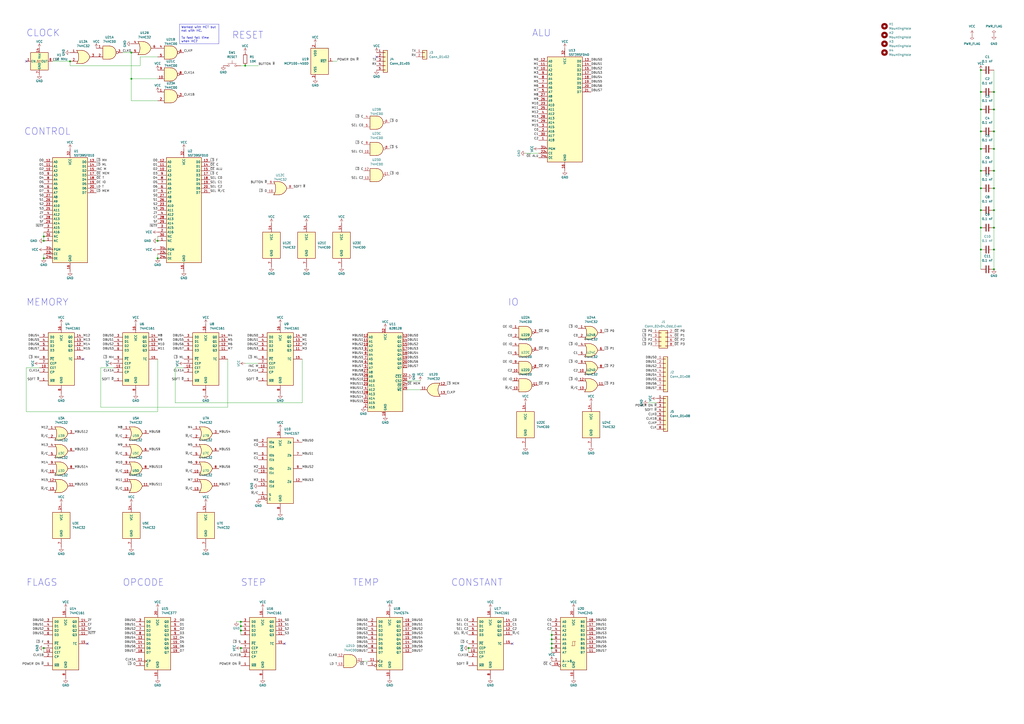
<source format=kicad_sch>
(kicad_sch (version 20230121) (generator eeschema)
  (paper "A2")
  (title_block (title "custom-cpu") (date "2024-01-28") (rev "1") (company "axelo"))
  (junction (at 139.7 360.68))
  (junction (at 142.24 38.1))
  (junction (at 576.58 76.2))
  (junction (at 576.58 156.21))
  (junction (at 139.7 375.92))
  (junction (at 271.78 375.92))
  (junction (at 320.04 375.92))
  (junction (at 576.58 121.92))
  (junction (at 576.58 144.78))
  (junction (at 320.04 373.38))
  (junction (at 76.2 45.72))
  (junction (at 91.44 139.7))
  (junction (at 576.58 86.36))
  (junction (at 40.64 35.56))
  (junction (at 25.4 139.7))
  (junction (at 320.04 370.84))
  (junction (at 568.96 53.34))
  (junction (at 568.96 40.64))
  (junction (at 568.96 109.22))
  (junction (at 25.4 149.86))
  (junction (at 576.58 99.06))
  (junction (at 568.96 121.92))
  (junction (at 139.7 363.22))
  (junction (at 568.96 132.08))
  (junction (at 576.58 53.34))
  (junction (at 568.96 144.78))
  (junction (at 25.4 137.16))
  (junction (at 320.04 368.3))
  (junction (at 568.96 86.36))
  (junction (at 91.44 149.86))
  (junction (at 576.58 63.5))
  (junction (at 568.96 99.06))
  (junction (at 568.96 63.5))
  (junction (at 576.58 132.08))
  (junction (at 25.4 375.92))
  (junction (at 139.7 365.76))
  (junction (at 568.96 76.2))
  (junction (at 576.58 109.22))
  (junction (at 76.2 30.48))
  (no_connect (at 48.26 208.28))
  (no_connect (at 15.24 35.56))
  (no_connect (at 165.1 373.38))
  (no_connect (at 297.18 373.38))
  (no_connect (at 50.8 373.38))
  (no_connect (at 218.44 33.02))
  (wire (pts (xy 91.44 208.28) (xy 91.44 238.76)))
  (wire (pts (xy 139.7 365.76) (xy 139.7 368.3)))
  (wire (pts (xy 210.82 383.54) (xy 213.36 383.54)))
  (wire (pts (xy 568.96 132.08) (xy 568.96 144.78)))
  (wire (pts (xy 81.28 38.1) (xy 81.28 33.02)))
  (wire (pts (xy 576.58 144.78) (xy 576.58 156.21)))
  (wire (pts (xy 91.44 147.32) (xy 91.44 149.86)))
  (wire (pts (xy 132.08 208.28) (xy 132.08 236.22)))
  (wire (pts (xy 139.7 375.92) (xy 139.7 378.46)))
  (wire (pts (xy 25.4 147.32) (xy 25.4 149.86)))
  (wire (pts (xy 568.96 40.64) (xy 568.96 53.34)))
  (wire (pts (xy 58.42 236.22) (xy 58.42 213.36)))
  (wire (pts (xy 271.78 375.92) (xy 271.78 378.46)))
  (wire (pts (xy 576.58 121.92) (xy 576.58 132.08)))
  (wire (pts (xy 101.6 233.68) (xy 101.6 213.36)))
  (wire (pts (xy 137.16 360.68) (xy 139.7 360.68)))
  (wire (pts (xy 58.42 236.22) (xy 132.08 236.22)))
  (wire (pts (xy 40.64 38.1) (xy 81.28 38.1)))
  (wire (pts (xy 101.6 213.36) (xy 106.68 213.36)))
  (wire (pts (xy 193.04 35.56) (xy 195.58 35.56)))
  (wire (pts (xy 91.44 137.16) (xy 91.44 139.7)))
  (wire (pts (xy 76.2 45.72) (xy 76.2 58.42)))
  (wire (pts (xy 320.04 375.92) (xy 320.04 378.46)))
  (wire (pts (xy 576.58 86.36) (xy 576.58 99.06)))
  (wire (pts (xy 568.96 86.36) (xy 568.96 99.06)))
  (wire (pts (xy 58.42 213.36) (xy 66.04 213.36)))
  (wire (pts (xy 236.22 220.98) (xy 243.84 220.98)))
  (wire (pts (xy 76.2 45.72) (xy 76.2 30.48)))
  (wire (pts (xy 576.58 99.06) (xy 576.58 109.22)))
  (wire (pts (xy 568.96 53.34) (xy 568.96 63.5)))
  (wire (pts (xy 568.96 76.2) (xy 568.96 86.36)))
  (wire (pts (xy 304.8 88.9) (xy 312.42 88.9)))
  (wire (pts (xy 320.04 373.38) (xy 320.04 375.92)))
  (wire (pts (xy 139.7 38.1) (xy 142.24 38.1)))
  (wire (pts (xy 175.26 233.68) (xy 101.6 233.68)))
  (wire (pts (xy 15.24 213.36) (xy 22.86 213.36)))
  (wire (pts (xy 142.24 38.1) (xy 149.86 38.1)))
  (wire (pts (xy 15.24 213.36) (xy 15.24 238.76)))
  (wire (pts (xy 142.24 210.82) (xy 149.86 210.82)))
  (wire (pts (xy 568.96 109.22) (xy 568.96 121.92)))
  (wire (pts (xy 91.44 238.76) (xy 15.24 238.76)))
  (wire (pts (xy 568.96 63.5) (xy 568.96 76.2)))
  (wire (pts (xy 320.04 365.76) (xy 320.04 368.3)))
  (wire (pts (xy 236.22 226.06) (xy 243.84 226.06)))
  (wire (pts (xy 568.96 99.06) (xy 568.96 109.22)))
  (wire (pts (xy 576.58 109.22) (xy 576.58 121.92)))
  (wire (pts (xy 320.04 368.3) (xy 320.04 370.84)))
  (wire (pts (xy 576.58 40.64) (xy 576.58 53.34)))
  (wire (pts (xy 568.96 144.78) (xy 568.96 156.21)))
  (wire (pts (xy 30.48 35.56) (xy 40.64 35.56)))
  (wire (pts (xy 25.4 137.16) (xy 25.4 139.7)))
  (wire (pts (xy 576.58 76.2) (xy 576.58 86.36)))
  (wire (pts (xy 175.26 208.28) (xy 175.26 233.68)))
  (wire (pts (xy 91.44 58.42) (xy 76.2 58.42)))
  (wire (pts (xy 81.28 33.02) (xy 91.44 33.02)))
  (wire (pts (xy 25.4 134.62) (xy 25.4 137.16)))
  (wire (pts (xy 76.2 30.48) (xy 71.12 30.48)))
  (wire (pts (xy 139.7 360.68) (xy 139.7 363.22)))
  (wire (pts (xy 91.44 45.72) (xy 76.2 45.72)))
  (wire (pts (xy 375.92 233.68) (xy 381 233.68)))
  (wire (pts (xy 568.96 121.92) (xy 568.96 132.08)))
  (wire (pts (xy 576.58 132.08) (xy 576.58 144.78)))
  (wire (pts (xy 576.58 63.5) (xy 576.58 76.2)))
  (wire (pts (xy 139.7 363.22) (xy 139.7 365.76)))
  (wire (pts (xy 576.58 53.34) (xy 576.58 63.5)))
  (wire (pts (xy 40.64 38.1) (xy 40.64 35.56)))
  (wire (pts (xy 25.4 375.92) (xy 25.4 378.46)))
  (wire (pts (xy 320.04 370.84) (xy 320.04 373.38)))
  (text_box "Worked with HCT but not with HC.\n\nTo fast fall time when HC?" (at 104.14 13.97 0) (size 22.86 11.43) (effects (font (size 1.27 1.27)) (justify left top)))
  (text "CONTROL" (at 13.97 78.74 0) (effects (font (size 4 4)) (justify left bottom)))
  (text "FLAGS" (at 15.24 340.36 0) (effects (font (size 4 4)) (justify left bottom)))
  (text "RESET" (at 134.62 22.86 0) (effects (font (size 4 4)) (justify left bottom)))
  (text "CONSTANT" (at 261.62 340.36 0) (effects (font (size 4 4)) (justify left bottom)))
  (text "OPCODE" (at 71.12 340.36 0) (effects (font (size 4 4)) (justify left bottom)))
  (text "CLOCK" (at 15.24 21.59 0) (effects (font (size 4 4)) (justify left bottom)))
  (text "STEP" (at 139.7 340.36 0) (effects (font (size 4 4)) (justify left bottom)))
  (text "ALU" (at 308.61 21.59 0) (effects (font (size 4 4)) (justify left bottom)))
  (text "MEMORY" (at 15.24 177.8 0) (effects (font (size 4 4)) (justify left bottom)))
  (text "TEMP" (at 204.47 340.36 0) (effects (font (size 4 4)) (justify left bottom)))
  (text "IO" (at 294.64 177.8 0) (effects (font (size 4 4)) (justify left bottom)))
  (label "DBUS7" (at 106.68 203.2 180))
  (label "~{LD} P0" (at 378.46 193.04 180))
  (label "~{OE} P3" (at 391.16 200.66 0))
  (label "SOFT ~{R}" (at 149.86 220.98 180))
  (label "S2" (at 165.1 365.76 0))
  (label "SOFT ~{R}" (at 271.78 386.08 180))
  (label "DBUS6" (at 381 223.52 180))
  (label "SEL C2" (at 271.78 365.76 180))
  (label "MBUS13" (at 210.82 228.6 180))
  (label "CLK" (at 381 248.92 180))
  (label "MBUS4" (at 127 251.46 0))
  (label "~{M}{slash}C" (at 71.12 264.16 180))
  (label "DBUS2" (at 78.74 365.76 180))
  (label "~{LD} C" (at 121.92 101.6 0))
  (label "S2" (at 91.44 119.38 180))
  (label "S2" (at 25.4 119.38 180))
  (label "O5" (at 104.14 373.38 0))
  (label "M0" (at 312.42 35.56 180))
  (label "SF" (at 50.8 365.76 0))
  (label "M7" (at 111.76 279.4 180))
  (label "DBUS6" (at 236.22 210.82 0))
  (label "MBUS13" (at 43.18 261.62 0))
  (label "~{LD} P2" (at 350.52 213.36 0))
  (label "SEL ~{M}{slash}C" (at 271.78 368.3 180))
  (label "DBUS6" (at 22.86 200.66 180))
  (label "M12" (at 312.42 66.04 180))
  (label "CLKP" (at 381 246.38 180))
  (label "DBUS4" (at 22.86 195.58 180))
  (label "M14" (at 27.94 269.24 180))
  (label "M1" (at 312.42 38.1 180))
  (label "DBUS0" (at 25.4 360.68 180))
  (label "O5" (at 25.4 106.68 180))
  (label "DBUS0" (at 345.44 360.68 0))
  (label "DBUS0" (at 213.36 360.68 180))
  (label "DBUS3" (at 381 215.9 180))
  (label "ZF" (at 50.8 360.68 0))
  (label "O5" (at 91.44 106.68 180))
  (label "DBUS0" (at 149.86 195.58 180))
  (label "C1" (at 149.86 266.7 180))
  (label "SEL C0" (at 210.82 73.66 180))
  (label "~{LD} P3" (at 378.46 200.66 180))
  (label "~{OE} MEM" (at 236.22 223.52 0))
  (label "M2" (at 149.86 271.78 180))
  (label "~{M}{slash}C" (at 297.18 226.06 180))
  (label "DBUS7" (at 345.44 378.46 0))
  (label "SEL C1" (at 271.78 363.22 180))
  (label "SF" (at 25.4 129.54 180))
  (label "~{LD} MEM" (at 259.08 223.52 0))
  (label "M10" (at 91.44 200.66 0))
  (label "DBUS7" (at 22.86 203.2 180))
  (label "CLK1A" (at 22.86 215.9 180))
  (label "~{OE} C" (at 121.92 96.52 0))
  (label "~{M}{slash}C" (at 27.94 274.32 180))
  (label "~{M}{slash}C" (at 111.76 284.48 180))
  (label "M11" (at 91.44 203.2 0))
  (label "~{LD} S" (at 139.7 373.38 180))
  (label "SEL ~{M}{slash}C" (at 121.92 111.76 0))
  (label "~{LD} IO" (at 335.28 210.82 180))
  (label "DBUS1" (at 238.76 363.22 0))
  (label "C1" (at 312.42 78.74 180))
  (label "SEL C2" (at 121.92 109.22 0))
  (label "O7" (at 104.14 378.46 0))
  (label "DBUS1" (at 381 210.82 180))
  (label "M2" (at 175.26 200.66 0))
  (label "DBUS5" (at 381 220.98 180))
  (label "S3" (at 165.1 368.3 0))
  (label "DBUS3" (at 149.86 203.2 180))
  (label "MBUS11" (at 86.36 281.94 0))
  (label "CLKP" (at 106.68 30.48 0))
  (label "M10" (at 312.42 60.96 180))
  (label "M11" (at 71.12 279.4 180))
  (label "~{INITF}" (at 25.4 132.08 180))
  (label "MBUS8" (at 86.36 251.46 0))
  (label "MBUS7" (at 210.82 213.36 180))
  (label "DBUS0" (at 342.9 35.56 0))
  (label "MBUS6" (at 127 271.78 0))
  (label "~{OE} MEM" (at 55.88 101.6 0))
  (label "DBUS3" (at 342.9 43.18 0))
  (label "~{OE} P1" (at 391.16 195.58 0))
  (label "~{LD} ML" (at 106.68 208.28 180))
  (label "OE IO" (at 297.18 200.66 180))
  (label "M15" (at 48.26 203.2 0))
  (label "~{LD} P3" (at 350.52 223.52 0))
  (label "M13" (at 48.26 198.12 0))
  (label "SEL C0" (at 121.92 104.14 0))
  (label "~{LD} ML" (at 55.88 96.52 0))
  (label "DBUS1" (at 149.86 198.12 180))
  (label "POWER ON ~{R}" (at 195.58 35.56 0))
  (label "DBUS3" (at 345.44 368.3 0))
  (label "~{M}{slash}C" (at 111.76 264.16 180))
  (label "DBUS3" (at 213.36 368.3 180))
  (label "CLK0" (at 71.12 30.48 0))
  (label "MBUS9" (at 86.36 261.62 0))
  (label "~{LD} F" (at 121.92 93.98 0))
  (label "DBUS6" (at 106.68 200.66 180))
  (label "C2" (at 312.42 81.28 180))
  (label "TX" (at 218.44 35.56 180))
  (label "POWER ON ~{R}" (at 25.4 386.08 180))
  (label "MBUS9" (at 210.82 218.44 180))
  (label "SEL C2" (at 210.82 104.14 180))
  (label "DBUS7" (at 78.74 378.46 180))
  (label "M0" (at 149.86 256.54 180))
  (label "M5" (at 132.08 198.12 0))
  (label "C0" (at 297.18 195.58 180))
  (label "O0" (at 91.44 93.98 180))
  (label "DBUS5" (at 213.36 373.38 180))
  (label "O6" (at 25.4 109.22 180))
  (label "M8" (at 71.12 248.92 180))
  (label "C2" (at 149.86 274.32 180))
  (label "DBUS1" (at 342.9 38.1 0))
  (label "DBUS5" (at 342.9 48.26 0))
  (label "CLK0" (at 195.58 381 180))
  (label "CLK1B" (at 106.68 55.88 0))
  (label "C2" (at 320.04 365.76 180))
  (label "MBUS15" (at 210.82 233.68 180))
  (label "~{M}{slash}C" (at 71.12 254 180))
  (label "MBUS3" (at 210.82 203.2 180))
  (label "~{M}{slash}C" (at 149.86 287.02 180))
  (label "S0" (at 165.1 360.68 0))
  (label "O3" (at 25.4 101.6 180))
  (label "DBUS2" (at 342.9 40.64 0))
  (label "INC M" (at 149.86 213.36 180))
  (label "RX" (at 218.44 38.1 180))
  (label "SOFT ~{R}" (at 66.04 220.98 180))
  (label "DBUS5" (at 236.22 208.28 0))
  (label "CLK0" (at 381 241.3 180))
  (label "C1" (at 335.28 205.74 180))
  (label "MBUS1" (at 175.26 264.16 0))
  (label "DBUS2" (at 66.04 200.66 180))
  (label "~{M}{slash}C" (at 27.94 284.48 180))
  (label "~{INITF}" (at 91.44 132.08 180))
  (label "M4" (at 132.08 195.58 0))
  (label "RX" (at 241.3 33.02 180))
  (label "SEL C1" (at 121.92 106.68 0))
  (label "~{LD} ML" (at 149.86 208.28 180))
  (label "CLK1B" (at 139.7 381 180))
  (label "DBUS1" (at 25.4 363.22 180))
  (label "M2" (at 312.42 40.64 180))
  (label "~{OE} T" (at 55.88 104.14 0))
  (label "M1" (at 149.86 264.16 180))
  (label "MBUS12" (at 43.18 251.46 0))
  (label "CLK1A" (at 66.04 215.9 180))
  (label "~{LD} P1" (at 378.46 195.58 180))
  (label "M11" (at 312.42 63.5 180))
  (label "~{LD} MH" (at 55.88 93.98 0))
  (label "O1" (at 104.14 363.22 0))
  (label "DBUS5" (at 345.44 373.38 0))
  (label "DBUS5" (at 22.86 198.12 180))
  (label "DBUS6" (at 342.9 50.8 0))
  (label "SOFT ~{R}" (at 22.86 220.98 180))
  (label "OE IO" (at 297.18 210.82 180))
  (label "DBUS5" (at 106.68 198.12 180))
  (label "S1" (at 165.1 363.22 0))
  (label "~{LD} C" (at 271.78 373.38 180))
  (label "M8" (at 312.42 55.88 180))
  (label "S1" (at 91.44 116.84 180))
  (label "C2" (at 297.18 215.9 180))
  (label "M8" (at 91.44 195.58 0))
  (label "DBUS0" (at 236.22 195.58 0))
  (label "~{LD} P0" (at 350.52 193.04 0))
  (label "O1" (at 25.4 96.52 180))
  (label "O3" (at 91.44 101.6 180))
  (label "LD T" (at 55.88 109.22 0))
  (label "DBUS5" (at 78.74 373.38 180))
  (label "BUTTON ~{R}" (at 154.94 106.68 180))
  (label "DBUS4" (at 106.68 195.58 180))
  (label "CLK1B" (at 25.4 381 180))
  (label "MBUS0" (at 175.26 256.54 0))
  (label "MBUS2" (at 175.26 271.78 0))
  (label "DBUS2" (at 381 213.36 180))
  (label "M7" (at 132.08 203.2 0))
  (label "O0" (at 25.4 93.98 180))
  (label "DBUS0" (at 78.74 360.68 180))
  (label "SF" (at 91.44 129.54 180))
  (label "DBUS6" (at 345.44 375.92 0))
  (label "O3" (at 104.14 368.3 0))
  (label "DBUS0" (at 381 208.28 180))
  (label "~{M}{slash}C" (at 71.12 284.48 180))
  (label "M14" (at 312.42 71.12 180))
  (label "DBUS6" (at 238.76 375.92 0))
  (label "M5" (at 312.42 48.26 180))
  (label "MBUS15" (at 43.18 281.94 0))
  (label "C1" (at 297.18 205.74 180))
  (label "O2" (at 91.44 99.06 180))
  (label "C1" (at 297.18 363.22 0))
  (label "ZF" (at 91.44 124.46 180))
  (label "M13" (at 312.42 68.58 180))
  (label "DBUS4" (at 236.22 205.74 0))
  (label "MBUS14" (at 210.82 231.14 180))
  (label "DBUS1" (at 345.44 363.22 0))
  (label "O7" (at 91.44 111.76 180))
  (label "O6" (at 104.14 375.92 0))
  (label "~{INITF}" (at 50.8 368.3 0))
  (label "C0" (at 320.04 360.68 180))
  (label "S0" (at 91.44 114.3 180))
  (label "O7" (at 25.4 111.76 180))
  (label "S1" (at 25.4 116.84 180))
  (label "DBUS0" (at 238.76 360.68 0))
  (label "DBUS7" (at 381 226.06 180))
  (label "CLK1A" (at 106.68 215.9 180))
  (label "DBUS4" (at 345.44 370.84 0))
  (label "MBUS7" (at 127 281.94 0))
  (label "M13" (at 27.94 259.08 180))
  (label "MBUS2" (at 210.82 200.66 180))
  (label "O2" (at 25.4 99.06 180))
  (label "C0" (at 149.86 259.08 180))
  (label "C2" (at 297.18 365.76 0))
  (label "CLK1A" (at 78.74 383.54 180))
  (label "M3" (at 149.86 279.4 180))
  (label "M9" (at 71.12 259.08 180))
  (label "C0" (at 312.42 76.2 180))
  (label "DBUS5" (at 238.76 373.38 0))
  (label "M15" (at 27.94 279.4 180))
  (label "M10" (at 71.12 269.24 180))
  (label "DBUS7" (at 236.22 213.36 0))
  (label "MBUS5" (at 210.82 208.28 180))
  (label "~{LD} O" (at 78.74 386.08 180))
  (label "M6" (at 312.42 50.8 180))
  (label "~{OE} ALU" (at 121.92 99.06 0))
  (label "MBUS8" (at 210.82 215.9 180))
  (label "DBUS1" (at 66.04 198.12 180))
  (label "~{OE} P2" (at 391.16 198.12 0))
  (label "MBUS12" (at 210.82 226.06 180))
  (label "DBUS1" (at 236.22 198.12 0))
  (label "~{LD} F" (at 25.4 373.38 180))
  (label "DBUS4" (at 213.36 370.84 180))
  (label "POWER ON ~{R}" (at 381 236.22 180))
  (label "INC M" (at 55.88 99.06 0))
  (label "DBUS6" (at 213.36 375.92 180))
  (label "CF" (at 91.44 127 180))
  (label "DBUS1" (at 213.36 363.22 180))
  (label "ZF" (at 25.4 124.46 180))
  (label "DBUS4" (at 342.9 45.72 0))
  (label "~{LD} P2" (at 378.46 198.12 180))
  (label "~{LD} IO" (at 226.06 101.6 0))
  (label "MBUS14" (at 43.18 271.78 0))
  (label "~{LD} P1" (at 350.52 203.2 0))
  (label "M4" (at 312.42 45.72 180))
  (label "POWER ON ~{R}" (at 139.7 386.08 180))
  (label "~{OE} P0" (at 312.42 193.04 0))
  (label "~{M}{slash}C" (at 27.94 264.16 180))
  (label "DBUS7" (at 238.76 378.46 0))
  (label "O1" (at 91.44 96.52 180))
  (label "~{OE} C" (at 320.04 386.08 180))
  (label "~{OE} P3" (at 312.42 223.52 0))
  (label "~{LD} S" (at 226.06 86.36 0))
  (label "~{LD} C" (at 210.82 83.82 180))
  (label "TX" (at 241.3 30.48 180))
  (label "CLK1A" (at 106.68 43.18 0))
  (label "C1" (at 320.04 363.22 180))
  (label "DBUS2" (at 149.86 200.66 180))
  (label "C0" (at 297.18 360.68 0))
  (label "BUTTON ~{R}" (at 149.86 38.1 0))
  (label "~{LD} MH" (at 66.04 208.28 180))
  (label "M14" (at 48.26 200.66 0))
  (label "~{M}{slash}C" (at 111.76 254 180))
  (label "DBUS6" (at 78.74 375.92 180))
  (label "DBUS4" (at 381 218.44 180))
  (label "~{LD} IO" (at 335.28 220.98 180))
  (label "OE IO" (at 55.88 106.68 0))
  (label "M12" (at 27.94 248.92 180))
  (label "O4" (at 25.4 104.14 180))
  (label "C0" (at 335.28 195.58 180))
  (label "M7" (at 312.42 53.34 180))
  (label "MBUS4" (at 210.82 205.74 180))
  (label "CLK1B" (at 271.78 381 180))
  (label "MBUS3" (at 175.26 279.4 0))
  (label "S3" (at 91.44 121.92 180))
  (label "DBUS4" (at 238.76 370.84 0))
  (label "M12" (at 48.26 195.58 0))
  (label "O4" (at 104.14 370.84 0))
  (label "DBUS7" (at 342.9 53.34 0))
  (label "~{M}{slash}C" (at 27.94 254 180))
  (label "~{OE} ALU" (at 312.42 91.44 180))
  (label "~{LD} C" (at 210.82 68.58 180))
  (label "LD T" (at 195.58 386.08 180))
  (label "CF" (at 50.8 363.22 0))
  (label "M3" (at 312.42 43.18 180))
  (label "C2" (at 335.28 215.9 180))
  (label "MBUS1" (at 210.82 198.12 180))
  (label "DBUS7" (at 213.36 378.46 180))
  (label "SEL C1" (at 210.82 88.9 180))
  (label "M9" (at 312.42 58.42 180))
  (label "DBUS2" (at 345.44 365.76 0))
  (label "S0" (at 25.4 114.3 180))
  (label "O0" (at 104.14 360.68 0))
  (label "~{LD} MH" (at 22.86 208.28 180))
  (label "~{M}{slash}C" (at 297.18 368.3 0))
  (label "O2" (at 104.14 365.76 0))
  (label "DBUS3" (at 25.4 368.3 180))
  (label "S3" (at 25.4 121.92 180))
  (label "DBUS3" (at 66.04 203.2 180))
  (label "M6" (at 132.08 200.66 0))
  (label "SOFT ~{R}" (at 106.68 220.98 180))
  (label "~{M}{slash}C" (at 335.28 226.06 180))
  (label "MBUS10" (at 86.36 271.78 0))
  (label "CLK" (at 30.48 35.56 0))
  (label "~{LD} O" (at 154.94 111.76 180))
  (label "CF" (at 25.4 127 180))
  (label "MBUS0" (at 210.82 195.58 180))
  (label "M15" (at 312.42 73.66 180))
  (label "DBUS4" (at 78.74 370.84 180))
  (label "DBUS3" (at 78.74 368.3 180))
  (label "MBUS5" (at 127 261.62 0))
  (label "~{OE} P2" (at 312.42 213.36 0))
  (label "M4" (at 111.76 248.92 180))
  (label "O6" (at 91.44 109.22 180))
  (label "~{OE} P0" (at 391.16 193.04 0))
  (label "M0" (at 175.26 195.58 0))
  (label "M3" (at 175.26 203.2 0))
  (label "SOFT ~{R}" (at 381 238.76 180))
  (label "O4" (at 91.44 104.14 180))
  (label "~{OE} T" (at 213.36 386.08 180))
  (label "M1" (at 175.26 198.12 0))
  (label "MBUS6" (at 210.82 210.82 180))
  (label "OE IO" (at 297.18 190.5 180))
  (label "MBUS10" (at 210.82 220.98 180))
  (label "~{M}{slash}C" (at 111.76 274.32 180))
  (label "M5" (at 111.76 259.08 180))
  (label "DBUS0" (at 66.04 195.58 180))
  (label "~{M}{slash}C" (at 71.12 274.32 180))
  (label "DBUS3" (at 238.76 368.3 0))
  (label "CLK1A" (at 149.86 215.9 180))
  (label "DBUS2" (at 236.22 200.66 0))
  (label "DBUS2" (at 238.76 365.76 0))
  (label "M6" (at 111.76 269.24 180))
  (label "SOFT ~{R}" (at 170.18 109.22 0))
  (label "~{LD} O" (at 226.06 71.12 0))
  (label "OE IO" (at 297.18 220.98 180))
  (label "DBUS3" (at 236.22 203.2 0))
  (label "~{LD} IO" (at 335.28 190.5 180))
  (label "~{OE} P1" (at 312.42 203.2 0))
  (label "DBUS2" (at 213.36 365.76 180))
  (label "CLKP" (at 259.08 228.6 0))
  (label "MBUS11" (at 210.82 223.52 180))
  (label "SEL C0" (at 271.78 360.68 180))
  (label "~{LD} MEM" (at 55.88 111.76 0))
  (label "~{LD} C" (at 210.82 99.06 180))
  (label "CLK1B" (at 381 243.84 180))
  (label "~{LD} IO" (at 335.28 200.66 180))
  (label "DBUS1" (at 78.74 363.22 180))
  (label "DBUS2" (at 25.4 365.76 180))
  (label "M9" (at 91.44 198.12 0))
  (symbol (lib_id "74xx:74LS00") (at 63.5 30.48 0) (unit 1)
    (property "Reference" "U21" (at 63.4917 21.59 0))
    (property "Value" "74HC00" (at 63.4917 24.13 0))
    (property "Footprint" "Package_DIP:DIP-14_W7.62mm_Socket" (effects hide))
    (property "Datasheet" "http://www.ti.com/lit/gpn/sn74ls00" (effects hide))
  )
  (symbol (lib_id "74xx:74LS32") (at 78.74 261.62 0) (unit 2)
    (property "Reference" "U5" (at 78.74 252.73 0))
    (property "Value" "74HC32" (at 78.74 255.27 0))
    (property "Footprint" "Package_DIP:DIP-14_W7.62mm_Socket" (effects hide))
    (property "Datasheet" "http://www.ti.com/lit/gpn/sn74LS32" (effects hide))
  )
  (symbol (lib_id "power:GND") (at 576.58 20.32 0) (unit 1)
    (property "Reference" "#PWR02" (effects hide))
    (property "Value" "GND" (at 576.58 25.4 0))
  )
  (symbol (lib_id "power:GND") (at 304.8 88.9 270) (unit 1)
    (property "Reference" "#PWR044" (effects hide))
    (property "Value" "GND" (at 300.99 88.9 0))
  )
  (symbol (lib_id "74xx:74LS574") (at 226.06 373.38 0) (unit 1)
    (property "Reference" "U18" (at 228.2541 353.06 0) (effects (justify left)))
    (property "Value" "74HC574" (at 228.2541 355.6 0) (effects (justify left)))
    (property "Footprint" "Package_DIP:DIP-20_W7.62mm_Socket" (effects hide))
    (property "Datasheet" "http://www.ti.com/lit/gpn/sn74LS574" (effects hide))
  )
  (symbol (lib_id "74xx:74LS32") (at 119.38 261.62 0) (unit 2)
    (property "Reference" "U7" (at 119.38 252.73 0))
    (property "Value" "74HC32" (at 119.38 255.27 0))
    (property "Footprint" "Package_DIP:DIP-14_W7.62mm_Socket" (effects hide))
    (property "Datasheet" "http://www.ti.com/lit/gpn/sn74LS32" (effects hide))
  )
  (symbol (lib_id "74xx:74LS00") (at 218.44 101.6 0) (unit 4)
    (property "Reference" "U23" (at 218.4317 92.71 0))
    (property "Value" "74HC00" (at 218.4317 95.25 0))
    (property "Footprint" "Package_DIP:DIP-14_W7.62mm_Socket" (effects hide))
    (property "Datasheet" "http://www.ti.com/lit/gpn/sn74ls00" (effects hide))
  )
  (symbol (lib_id "power:GND") (at 149.86 289.56 0) (unit 1)
    (property "Reference" "#PWR034" (effects hide))
    (property "Value" "GND" (at 149.86 293.37 0))
  )
  (symbol (lib_id "74xx:74LS00") (at 99.06 30.48 0) (unit 2)
    (property "Reference" "U21" (at 99.06 22.86 0))
    (property "Value" "74HC00" (at 99.06 25.4 0))
    (property "Footprint" "Package_DIP:DIP-14_W7.62mm_Socket" (effects hide))
    (property "Datasheet" "http://www.ti.com/lit/gpn/sn74ls00" (effects hide))
  )
  (symbol (lib_id "74xx:74LS161") (at 284.48 373.38 0) (unit 1)
    (property "Reference" "U17" (at 286.6741 353.06 0) (effects (justify left)))
    (property "Value" "74HC161" (at 286.6741 355.6 0) (effects (justify left)))
    (property "Footprint" "Package_DIP:DIP-16_W7.62mm_Socket" (effects hide))
    (property "Datasheet" "http://www.ti.com/lit/gpn/sn74LS161" (effects hide))
  )
  (symbol (lib_id "74xx:74LS32") (at 119.38 304.8 0) (unit 5)
    (property "Reference" "U7" (at 125.73 303.53 0) (effects (justify left)))
    (property "Value" "74HC32" (at 125.73 306.07 0) (effects (justify left)))
    (property "Footprint" "Package_DIP:DIP-14_W7.62mm_Socket" (effects hide))
    (property "Datasheet" "http://www.ti.com/lit/gpn/sn74LS32" (effects hide))
  )
  (symbol (lib_id "Mechanical:MountingHole") (at 513.08 20.32 0) (unit 1) (in_bom no)
    (property "Reference" "H2" (at 515.62 19.05 0) (effects (justify left)))
    (property "Value" "MountingHole" (at 515.62 21.59 0) (effects (justify left)))
    (property "Footprint" "MountingHole:MountingHole_3.2mm_M3" (effects hide))
  )
  (symbol (lib_id "74xx:74LS161") (at 38.1 373.38 0) (unit 1)
    (property "Reference" "U14" (at 40.2941 353.06 0) (effects (justify left)))
    (property "Value" "74HC161" (at 40.2941 355.6 0) (effects (justify left)))
    (property "Footprint" "Package_DIP:DIP-16_W7.62mm_Socket" (effects hide))
    (property "Datasheet" "http://www.ti.com/lit/gpn/sn74LS161" (effects hide))
  )
  (symbol (lib_id "power:GND") (at 76.2 25.4 270) (unit 1)
    (property "Reference" "#PWR070" (effects hide))
    (property "Value" "GND" (at 72.39 25.4 0))
  )
  (symbol (lib_id "Connector_Generic:Conn_01x08") (at 386.08 238.76 0) (unit 1)
    (property "Reference" "J5" (at 388.62 238.76 0) (effects (justify left)))
    (property "Value" "Conn_01x08" (at 388.62 241.3 0) (effects (justify left)))
    (property "Footprint" "Connector_PinSocket_2.54mm:PinSocket_1x08_P2.54mm_Vertical" (effects hide))
  )
  (symbol (lib_id "power:GND") (at 152.4 393.7 0) (unit 1)
    (property "Reference" "#PWR056" (effects hide))
    (property "Value" "GND" (at 152.4 397.51 0))
  )
  (symbol (lib_id "power:VCC") (at 22.86 210.82 90) (mirror x) (unit 1)
    (property "Reference" "#PWR018" (effects hide))
    (property "Value" "VCC" (at 19.05 210.82 0))
  )
  (symbol (lib_id "74xx:74LS00") (at 304.8 246.38 0) (unit 5)
    (property "Reference" "U22" (at 311.15 245.11 0) (effects (justify left)))
    (property "Value" "74HC00" (at 311.15 247.65 0) (effects (justify left)))
    (property "Footprint" "Package_DIP:DIP-14_W7.62mm_Socket" (effects hide))
    (property "Datasheet" "http://www.ti.com/lit/gpn/sn74ls00" (effects hide))
  )
  (symbol (lib_id "74xx:74LS32") (at 83.82 27.94 0) (unit 2)
    (property "Reference" "U12" (at 83.82 19.05 0))
    (property "Value" "74HC32" (at 83.82 21.59 0))
    (property "Footprint" "Package_DIP:DIP-14_W7.62mm_Socket" (effects hide))
    (property "Datasheet" "http://www.ti.com/lit/gpn/sn74LS32" (effects hide))
  )
  (symbol (lib_id "Mechanical:MountingHole") (at 513.08 30.48 0) (unit 1) (in_bom no)
    (property "Reference" "H4" (at 515.62 29.21 0) (effects (justify left)))
    (property "Value" "MountingHole" (at 515.62 31.75 0) (effects (justify left)))
    (property "Footprint" "MountingHole:MountingHole_3.2mm_M3" (effects hide))
  )
  (symbol (lib_id "power:VCC") (at 119.38 187.96 0) (unit 1)
    (property "Reference" "#PWR031" (effects hide))
    (property "Value" "VCC" (at 119.38 184.15 0))
  )
  (symbol (lib_id "Device:C") (at 572.77 121.92 90) (unit 1)
    (property "Reference" "C8" (at 572.77 114.3 90))
    (property "Value" "0.1 nF" (at 572.77 116.84 90))
    (property "Footprint" "Capacitor_THT:C_Disc_D5.0mm_W2.5mm_P5.00mm" (effects hide))
  )
  (symbol (lib_id "power:VCC") (at 284.48 353.06 0) (unit 1)
    (property "Reference" "#PWR062" (effects hide))
    (property "Value" "VCC" (at 284.48 349.25 0))
  )
  (symbol (lib_id "74xx:74LS32") (at 76.2 304.8 0) (unit 5)
    (property "Reference" "U5" (at 82.55 303.53 0) (effects (justify left)))
    (property "Value" "74HC32" (at 82.55 306.07 0) (effects (justify left)))
    (property "Footprint" "Package_DIP:DIP-14_W7.62mm_Socket" (effects hide))
    (property "Datasheet" "http://www.ti.com/lit/gpn/sn74LS32" (effects hide))
  )
  (symbol (lib_id "Connector_Generic:Conn_01x08") (at 386.08 215.9 0) (unit 1)
    (property "Reference" "J2" (at 388.62 215.9 0) (effects (justify left)))
    (property "Value" "Conn_01x08" (at 388.62 218.44 0) (effects (justify left)))
    (property "Footprint" "Connector_PinSocket_2.54mm:PinSocket_1x08_P2.54mm_Vertical" (effects hide))
  )
  (symbol (lib_id "Device:C") (at 572.77 53.34 90) (unit 1)
    (property "Reference" "C2" (at 572.77 45.72 90))
    (property "Value" "0.1 nF" (at 572.77 48.26 90))
    (property "Footprint" "Capacitor_THT:C_Disc_D5.0mm_W2.5mm_P5.00mm" (effects hide))
  )
  (symbol (lib_id "power:GND") (at 129.54 38.1 0) (unit 1)
    (property "Reference" "#PWR080" (effects hide))
    (property "Value" "GND" (at 129.54 41.91 0))
  )
  (symbol (lib_id "power:GND") (at 106.68 157.48 0) (mirror y) (unit 1)
    (property "Reference" "#PWR016" (effects hide))
    (property "Value" "GND" (at 106.68 161.29 0))
  )
  (symbol (lib_id "74xx:74LS00") (at 218.44 86.36 0) (unit 3)
    (property "Reference" "U23" (at 218.4317 77.47 0))
    (property "Value" "74HC00" (at 218.4317 80.01 0))
    (property "Footprint" "Package_DIP:DIP-14_W7.62mm_Socket" (effects hide))
    (property "Datasheet" "http://www.ti.com/lit/gpn/sn74ls00" (effects hide))
  )
  (symbol (lib_id "power:VCC") (at 55.88 27.94 0) (unit 1)
    (property "Reference" "#PWR069" (effects hide))
    (property "Value" "VCC" (at 55.88 24.13 0))
  )
  (symbol (lib_id "74xx:74LS245") (at 332.74 373.38 0) (unit 1)
    (property "Reference" "U20" (at 334.9341 353.06 0) (effects (justify left)))
    (property "Value" "74HC245" (at 334.9341 355.6 0) (effects (justify left)))
    (property "Footprint" "Package_DIP:DIP-20_W7.62mm_Socket" (effects hide))
    (property "Datasheet" "http://www.ti.com/lit/gpn/sn74LS245" (effects hide))
  )
  (symbol (lib_id "74xx:74LS32") (at 35.56 304.8 0) (unit 5)
    (property "Reference" "U3" (at 41.91 303.53 0) (effects (justify left)))
    (property "Value" "74HC32" (at 41.91 306.07 0) (effects (justify left)))
    (property "Footprint" "Package_DIP:DIP-14_W7.62mm_Socket" (effects hide))
    (property "Datasheet" "http://www.ti.com/lit/gpn/sn74LS32" (effects hide))
  )
  (symbol (lib_id "74xx:74LS00") (at 203.2 383.54 0) (unit 4)
    (property "Reference" "U21" (at 203.1917 374.65 0))
    (property "Value" "74HC00" (at 203.1917 377.19 0))
    (property "Footprint" "Package_DIP:DIP-14_W7.62mm_Socket" (effects hide))
    (property "Datasheet" "http://www.ti.com/lit/gpn/sn74ls00" (effects hide))
  )
  (symbol (lib_id "74xx:74LS00") (at 218.44 71.12 0) (unit 2)
    (property "Reference" "U23" (at 218.44 63.5 0))
    (property "Value" "74HC00" (at 218.44 66.04 0))
    (property "Footprint" "Package_DIP:DIP-14_W7.62mm_Socket" (effects hide))
    (property "Datasheet" "http://www.ti.com/lit/gpn/sn74ls00" (effects hide))
  )
  (symbol (lib_id "power:GND") (at 223.52 241.3 0) (unit 1)
    (property "Reference" "#PWR041" (effects hide))
    (property "Value" "GND" (at 223.52 245.11 0))
  )
  (symbol (lib_id "74xx:74LS32") (at 157.48 142.24 0) (unit 5)
    (property "Reference" "U12" (at 163.83 140.97 0) (effects (justify left)))
    (property "Value" "74HC32" (at 163.83 143.51 0) (effects (justify left)))
    (property "Footprint" "Package_DIP:DIP-14_W7.62mm_Socket" (effects hide))
    (property "Datasheet" "http://www.ti.com/lit/gpn/sn74LS32" (effects hide))
  )
  (symbol (lib_id "74xx:74LS32") (at 342.9 213.36 0) (unit 3)
    (property "Reference" "U24" (at 342.9 204.47 0))
    (property "Value" "74HC32" (at 342.9 207.01 0))
    (property "Footprint" "Package_DIP:DIP-14_W7.62mm_Socket" (effects hide))
    (property "Datasheet" "http://www.ti.com/lit/gpn/sn74LS32" (effects hide))
  )
  (symbol (lib_id "Memory_Flash:SST39SF010") (at 106.68 124.46 0) (unit 1)
    (property "Reference" "U2" (at 108.8741 87.63 0) (effects (justify left)))
    (property "Value" "SST39SF010" (at 108.8741 90.17 0) (effects (justify left)))
    (property "Footprint" "Package_DIP:DIP-32_W15.24mm_Socket" (effects hide))
    (property "Datasheet" "http://ww1.microchip.com/downloads/en/DeviceDoc/25022B.pdf" (effects hide))
  )
  (symbol (lib_id "power:GND") (at 78.74 228.6 0) (unit 1)
    (property "Reference" "#PWR027" (effects hide))
    (property "Value" "GND" (at 78.74 232.41 0))
  )
  (symbol (lib_id "74xx:74LS32") (at 342.9 193.04 0) (unit 1)
    (property "Reference" "U24" (at 342.9 184.15 0))
    (property "Value" "74HC32" (at 342.9 186.69 0))
    (property "Footprint" "Package_DIP:DIP-14_W7.62mm_Socket" (effects hide))
    (property "Datasheet" "http://www.ti.com/lit/gpn/sn74LS32" (effects hide))
  )
  (symbol (lib_id "74xx:74LS32") (at 78.74 271.78 0) (unit 3)
    (property "Reference" "U5" (at 78.74 262.89 0))
    (property "Value" "74HC32" (at 78.74 265.43 0))
    (property "Footprint" "Package_DIP:DIP-14_W7.62mm_Socket" (effects hide))
    (property "Datasheet" "http://www.ti.com/lit/gpn/sn74LS32" (effects hide))
  )
  (symbol (lib_id "power:VCC") (at 162.56 248.92 0) (unit 1)
    (property "Reference" "#PWR037" (effects hide))
    (property "Value" "VCC" (at 162.56 245.11 0))
  )
  (symbol (lib_id "power:VCC") (at 568.96 40.64 0) (unit 1)
    (property "Reference" "#PWR03" (effects hide))
    (property "Value" "VCC" (at 568.96 36.83 0))
  )
  (symbol (lib_id "power:VCC") (at 106.68 86.36 0) (unit 1)
    (property "Reference" "#PWR015" (effects hide))
    (property "Value" "VCC" (at 106.68 82.55 0))
  )
  (symbol (lib_id "Device:C") (at 572.77 76.2 90) (unit 1)
    (property "Reference" "C4" (at 572.77 68.58 90))
    (property "Value" "0.1 nF" (at 572.77 71.12 90))
    (property "Footprint" "Capacitor_THT:C_Disc_D5.0mm_W2.5mm_P5.00mm" (effects hide))
  )
  (symbol (lib_id "power:GND") (at 182.88 45.72 0) (unit 1)
    (property "Reference" "#PWR083" (effects hide))
    (property "Value" "GND" (at 182.88 49.53 0))
  )
  (symbol (lib_id "power:VCC") (at 162.56 187.96 0) (unit 1)
    (property "Reference" "#PWR035" (effects hide))
    (property "Value" "VCC" (at 162.56 184.15 0))
  )
  (symbol (lib_id "Device:C") (at 572.77 63.5 90) (unit 1)
    (property "Reference" "C3" (at 572.77 55.88 90))
    (property "Value" "0.1 nF" (at 572.77 58.42 90))
    (property "Footprint" "Capacitor_THT:C_Disc_D5.0mm_W2.5mm_P5.00mm" (effects hide))
  )
  (symbol (lib_id "power:VCC") (at 119.38 292.1 0) (unit 1)
    (property "Reference" "#PWR029" (effects hide))
    (property "Value" "VCC" (at 119.38 288.29 0))
  )
  (symbol (lib_id "Oscillator:CXO_DIP14") (at 22.86 35.56 0) (unit 1)
    (property "Reference" "X1" (at 34.29 31.9121 0))
    (property "Value" "10 MHz" (at 35.56 34.29 0))
    (property "Footprint" "Oscillator:Oscillator_DIP-14" (effects hide))
    (property "Datasheet" "http://cdn-reichelt.de/documents/datenblatt/B400/OSZI.pdf" (effects hide))
  )
  (symbol (lib_id "74xx:74LS32") (at 119.38 251.46 0) (unit 1)
    (property "Reference" "U7" (at 119.38 242.57 0))
    (property "Value" "74HC32" (at 119.38 245.11 0))
    (property "Footprint" "Package_DIP:DIP-14_W7.62mm_Socket" (effects hide))
    (property "Datasheet" "http://www.ti.com/lit/gpn/sn74LS32" (effects hide))
  )
  (symbol (lib_id "74xx:74LS161") (at 162.56 208.28 0) (unit 1)
    (property "Reference" "U9" (at 164.7541 187.96 0) (effects (justify left)))
    (property "Value" "74HC161" (at 164.7541 190.5 0) (effects (justify left)))
    (property "Footprint" "Package_DIP:DIP-16_W7.62mm_Socket" (effects hide))
    (property "Datasheet" "http://www.ti.com/lit/gpn/sn74LS161" (effects hide))
  )
  (symbol (lib_id "power:VCC") (at 25.4 144.78 90) (mirror x) (unit 1)
    (property "Reference" "#PWR08" (effects hide))
    (property "Value" "VCC" (at 20.32 144.78 90))
  )
  (symbol (lib_id "power:VCC") (at 91.44 40.64 0) (unit 1)
    (property "Reference" "#PWR071" (effects hide))
    (property "Value" "VCC" (at 91.44 36.83 0))
  )
  (symbol (lib_id "74xx:74LS32") (at 35.56 281.94 0) (unit 4)
    (property "Reference" "U3" (at 35.56 273.05 0))
    (property "Value" "74HC32" (at 35.56 275.59 0))
    (property "Footprint" "Package_DIP:DIP-14_W7.62mm_Socket" (effects hide))
    (property "Datasheet" "http://www.ti.com/lit/gpn/sn74LS32" (effects hide))
  )
  (symbol (lib_id "74xx:74LS161") (at 119.38 208.28 0) (unit 1)
    (property "Reference" "U8" (at 121.5741 187.96 0) (effects (justify left)))
    (property "Value" "74HC161" (at 121.5741 190.5 0) (effects (justify left)))
    (property "Footprint" "Package_DIP:DIP-16_W7.62mm_Socket" (effects hide))
    (property "Datasheet" "http://www.ti.com/lit/gpn/sn74LS161" (effects hide))
  )
  (symbol (lib_id "power:VCC") (at 40.64 86.36 0) (unit 1)
    (property "Reference" "#PWR010" (effects hide))
    (property "Value" "VCC" (at 40.64 82.55 0))
  )
  (symbol (lib_id "Memory_Flash:SST39SF040") (at 327.66 66.04 0) (unit 1)
    (property "Reference" "U13" (at 329.8541 29.21 0) (effects (justify left)))
    (property "Value" "SST39SF040" (at 329.8541 31.75 0) (effects (justify left)))
    (property "Footprint" "Package_DIP:DIP-32_W15.24mm_Socket" (effects hide))
    (property "Datasheet" "http://ww1.microchip.com/downloads/en/DeviceDoc/25022B.pdf" (effects hide))
  )
  (symbol (lib_id "power:GND") (at 38.1 393.7 0) (unit 1)
    (property "Reference" "#PWR051" (effects hide))
    (property "Value" "GND" (at 38.1 397.51 0))
  )
  (symbol (lib_id "power:GND") (at 25.4 139.7 270) (unit 1)
    (property "Reference" "#PWR07" (effects hide))
    (property "Value" "GND" (at 21.59 139.7 90) (effects (justify right)))
  )
  (symbol (lib_id "power:GND") (at 284.48 393.7 0) (unit 1)
    (property "Reference" "#PWR063" (effects hide))
    (property "Value" "GND" (at 284.48 397.51 0))
  )
  (symbol (lib_id "power:VCC") (at 66.04 210.82 90) (mirror x) (unit 1)
    (property "Reference" "#PWR023" (effects hide))
    (property "Value" "VCC" (at 62.23 210.82 0))
  )
  (symbol (lib_id "74xx:74LS32") (at 162.56 109.22 0) (unit 3)
    (property "Reference" "U12" (at 162.56 101.6 0))
    (property "Value" "74HC32" (at 162.56 104.14 0))
    (property "Footprint" "Package_DIP:DIP-14_W7.62mm_Socket" (effects hide))
    (property "Datasheet" "http://www.ti.com/lit/gpn/sn74LS32" (effects hide))
  )
  (symbol (lib_id "Mechanical:MountingHole") (at 513.08 15.24 0) (unit 1) (in_bom no)
    (property "Reference" "H1" (at 515.62 13.97 0) (effects (justify left)))
    (property "Value" "MountingHole" (at 515.62 16.51 0) (effects (justify left)))
    (property "Footprint" "MountingHole:MountingHole_3.2mm_M3" (effects hide))
  )
  (symbol (lib_id "power:GND") (at 198.12 154.94 0) (mirror y) (unit 1)
    (property "Reference" "#PWR074" (effects hide))
    (property "Value" "GND" (at 198.12 158.75 0))
  )
  (symbol (lib_id "power:GND") (at 576.58 156.21 0) (unit 1)
    (property "Reference" "#PWR04" (effects hide))
    (property "Value" "GND" (at 576.58 160.02 0))
  )
  (symbol (lib_id "Device:C") (at 572.77 109.22 90) (unit 1)
    (property "Reference" "C7" (at 572.77 101.6 90))
    (property "Value" "0.1 nF" (at 572.77 104.14 90))
    (property "Footprint" "Capacitor_THT:C_Disc_D5.0mm_W2.5mm_P5.00mm" (effects hide))
  )
  (symbol (lib_id "power:GND") (at 342.9 259.08 0) (unit 1)
    (property "Reference" "#PWR085" (effects hide))
    (property "Value" "GND" (at 342.9 262.89 0))
  )
  (symbol (lib_id "power:VCC") (at 327.66 27.94 0) (unit 1)
    (property "Reference" "#PWR046" (effects hide))
    (property "Value" "VCC" (at 327.66 24.13 0))
  )
  (symbol (lib_id "Memory_Flash:SST39SF010") (at 40.64 124.46 0) (unit 1)
    (property "Reference" "U1" (at 42.8341 87.63 0) (effects (justify left)))
    (property "Value" "SST39SF010" (at 42.8341 90.17 0) (effects (justify left)))
    (property "Footprint" "Package_DIP:DIP-32_W15.24mm_Socket" (effects hide))
    (property "Datasheet" "http://ww1.microchip.com/downloads/en/DeviceDoc/25022B.pdf" (effects hide))
  )
  (symbol (lib_id "power:GND") (at 40.64 30.48 270) (unit 1)
    (property "Reference" "#PWR068" (effects hide))
    (property "Value" "GND" (at 36.83 30.48 0))
  )
  (symbol (lib_id "power:GND") (at 137.16 360.68 0) (unit 1)
    (property "Reference" "#PWR053" (effects hide))
    (property "Value" "GND" (at 137.16 364.49 0))
  )
  (symbol (lib_id "74xx:74LS32") (at 35.56 251.46 0) (unit 1)
    (property "Reference" "U3" (at 35.56 242.57 0))
    (property "Value" "74HC32" (at 35.56 245.11 0))
    (property "Footprint" "Package_DIP:DIP-14_W7.62mm_Socket" (effects hide))
    (property "Datasheet" "http://www.ti.com/lit/gpn/sn74LS32" (effects hide))
  )
  (symbol (lib_id "power:VCC") (at 78.74 187.96 0) (unit 1)
    (property "Reference" "#PWR026" (effects hide))
    (property "Value" "VCC" (at 78.74 184.15 0))
  )
  (symbol (lib_id "74xx:74LS32") (at 251.46 226.06 0) (mirror y) (unit 4)
    (property "Reference" "U12" (at 251.46 217.17 0))
    (property "Value" "74HC32" (at 251.46 219.71 0))
    (property "Footprint" "Package_DIP:DIP-14_W7.62mm_Socket" (effects hide))
    (property "Datasheet" "http://www.ti.com/lit/gpn/sn74LS32" (effects hide))
  )
  (symbol (lib_id "power:VCC") (at 152.4 353.06 0) (unit 1)
    (property "Reference" "#PWR055" (effects hide))
    (property "Value" "VCC" (at 152.4 349.25 0))
  )
  (symbol (lib_id "power:VCC") (at 35.56 292.1 0) (unit 1)
    (property "Reference" "#PWR019" (effects hide))
    (property "Value" "VCC" (at 35.56 288.29 0))
  )
  (symbol (lib_id "power:VCC") (at 157.48 129.54 0) (unit 1)
    (property "Reference" "#PWR075" (effects hide))
    (property "Value" "VCC" (at 157.48 125.73 0))
  )
  (symbol (lib_id "power:GND") (at 119.38 317.5 0) (unit 1)
    (property "Reference" "#PWR030" (effects hide))
    (property "Value" "GND" (at 119.38 321.31 0))
  )
  (symbol (lib_id "74xx:74LS00") (at 304.8 193.04 0) (unit 1)
    (property "Reference" "U22" (at 304.7917 184.15 0))
    (property "Value" "74HC00" (at 304.7917 186.69 0))
    (property "Footprint" "Package_DIP:DIP-14_W7.62mm_Socket" (effects hide))
    (property "Datasheet" "http://www.ti.com/lit/gpn/sn74ls00" (effects hide))
  )
  (symbol (lib_id "74xx:74LS00") (at 99.06 55.88 0) (unit 1)
    (property "Reference" "U23" (at 99.06 48.26 0))
    (property "Value" "74HC00" (at 99.06 50.8 0))
    (property "Footprint" "Package_DIP:DIP-14_W7.62mm_Socket" (effects hide))
    (property "Datasheet" "http://www.ti.com/lit/gpn/sn74ls00" (effects hide))
  )
  (symbol (lib_id "power:GND") (at 177.8 154.94 0) (mirror y) (unit 1)
    (property "Reference" "#PWR073" (effects hide))
    (property "Value" "GND" (at 177.8 158.75 0))
  )
  (symbol (lib_id "power:VCC") (at 320.04 383.54 0) (unit 1)
    (property "Reference" "#PWR064" (effects hide))
    (property "Value" "VCC" (at 320.04 379.73 0))
  )
  (symbol (lib_id "power:VCC") (at 304.8 233.68 0) (unit 1)
    (property "Reference" "#PWR061" (effects hide))
    (property "Value" "VCC" (at 304.8 229.87 0))
  )
  (symbol (lib_id "power:VCC") (at 182.88 25.4 0) (unit 1)
    (property "Reference" "#PWR081" (effects hide))
    (property "Value" "VCC" (at 182.88 21.59 0))
  )
  (symbol (lib_id "power:VCC") (at 76.2 292.1 0) (unit 1)
    (property "Reference" "#PWR024" (effects hide))
    (property "Value" "VCC" (at 76.2 288.29 0))
  )
  (symbol (lib_id "74xx:74LS00") (at 304.8 203.2 0) (unit 2)
    (property "Reference" "U22" (at 304.7917 194.31 0))
    (property "Value" "74HC00" (at 304.7917 196.85 0))
    (property "Footprint" "Package_DIP:DIP-14_W7.62mm_Socket" (effects hide))
    (property "Datasheet" "http://www.ti.com/lit/gpn/sn74ls00" (effects hide))
  )
  (symbol (lib_id "power:GND") (at 91.44 149.86 0) (mirror y) (unit 1)
    (property "Reference" "#PWR014" (effects hide))
    (property "Value" "GND" (at 91.44 153.67 0))
  )
  (symbol (lib_id "power:VCC") (at 381 231.14 90) (mirror x) (unit 1)
    (property "Reference" "#PWR088" (effects hide))
    (property "Value" "VCC" (at 377.19 231.14 0))
  )
  (symbol (lib_id "power:VCC") (at 223.52 190.5 0) (mirror y) (unit 1)
    (property "Reference" "#PWR040" (effects hide))
    (property "Value" "VCC" (at 223.52 186.69 0))
  )
  (symbol (lib_id "74xx:74LS00") (at 304.8 213.36 0) (unit 3)
    (property "Reference" "U22" (at 304.7917 204.47 0))
    (property "Value" "74HC00" (at 304.7917 207.01 0))
    (property "Footprint" "Package_DIP:DIP-14_W7.62mm_Socket" (effects hide))
    (property "Datasheet" "http://www.ti.com/lit/gpn/sn74ls00" (effects hide))
  )
  (symbol (lib_id "power:VCC") (at 35.56 187.96 0) (unit 1)
    (property "Reference" "#PWR021" (effects hide))
    (property "Value" "VCC" (at 35.56 184.15 0))
  )
  (symbol (lib_id "power:GND") (at 375.92 233.68 270) (unit 1)
    (property "Reference" "#PWR089" (effects hide))
    (property "Value" "GND" (at 372.11 233.68 0))
  )
  (symbol (lib_id "Device:R") (at 142.24 34.29 0) (unit 1)
    (property "Reference" "R1" (at 144.78 33.02 0) (effects (justify left)))
    (property "Value" "10K" (at 144.78 35.56 0) (effects (justify left)))
    (property "Footprint" "Resistor_THT:R_Axial_DIN0207_L6.3mm_D2.5mm_P7.62mm_Horizontal" (effects hide))
  )
  (symbol (lib_id "power:VCC") (at 226.06 353.06 0) (unit 1)
    (property "Reference" "#PWR057" (effects hide))
    (property "Value" "VCC" (at 226.06 349.25 0))
  )
  (symbol (lib_id "74xx:74LS32") (at 78.74 251.46 0) (unit 1)
    (property "Reference" "U5" (at 78.74 242.57 0))
    (property "Value" "74HC32" (at 78.74 245.11 0))
    (property "Footprint" "Package_DIP:DIP-14_W7.62mm_Socket" (effects hide))
    (property "Datasheet" "http://www.ti.com/lit/gpn/sn74LS32" (effects hide))
  )
  (symbol (lib_id "power:GND") (at 91.44 139.7 270) (unit 1)
    (property "Reference" "#PWR012" (effects hide))
    (property "Value" "GND" (at 87.63 139.7 90) (effects (justify right)))
  )
  (symbol (lib_id "power:GND") (at 25.4 149.86 0) (unit 1)
    (property "Reference" "#PWR09" (effects hide))
    (property "Value" "GND" (at 25.4 153.67 0))
  )
  (symbol (lib_id "Connector_Generic:Conn_01x02") (at 246.38 30.48 0) (unit 1)
    (property "Reference" "J3" (at 248.92 30.48 0) (effects (justify left)))
    (property "Value" "Conn_01x02" (at 248.92 33.02 0) (effects (justify left)))
    (property "Footprint" "Connector_PinSocket_2.54mm:PinSocket_1x02_P2.54mm_Vertical" (effects hide))
  )
  (symbol (lib_id "power:GND") (at 218.44 40.64 0) (mirror y) (unit 1)
    (property "Reference" "#PWR087" (effects hide))
    (property "Value" "GND" (at 218.44 44.45 0))
  )
  (symbol (lib_id "power:VCC") (at 91.44 134.62 90) (mirror x) (unit 1)
    (property "Reference" "#PWR017" (effects hide))
    (property "Value" "VCC" (at 86.36 134.62 90))
  )
  (symbol (lib_id "power:VCC") (at 563.88 20.32 0) (unit 1)
    (property "Reference" "#PWR01" (effects hide))
    (property "Value" "VCC" (at 563.88 15.24 0))
  )
  (symbol (lib_id "power:GND") (at 332.74 393.7 0) (unit 1)
    (property "Reference" "#PWR066" (effects hide))
    (property "Value" "GND" (at 332.74 397.51 0))
  )
  (symbol (lib_id "power:VCC") (at 139.7 375.92 90) (unit 1)
    (property "Reference" "#PWR054" (effects hide))
    (property "Value" "VCC" (at 135.89 375.92 0))
  )
  (symbol (lib_id "power:VCC") (at 91.44 353.06 0) (unit 1)
    (property "Reference" "#PWR048" (effects hide))
    (property "Value" "VCC" (at 91.44 349.25 0))
  )
  (symbol (lib_id "Device:C") (at 572.77 132.08 90) (unit 1)
    (property "Reference" "C9" (at 572.77 124.46 90))
    (property "Value" "0.1 nF" (at 572.77 127 90))
    (property "Footprint" "Capacitor_THT:C_Disc_D5.0mm_W2.5mm_P5.00mm" (effects hide))
  )
  (symbol (lib_id "74xx:74LS32") (at 342.9 203.2 0) (unit 2)
    (property "Reference" "U24" (at 342.9 194.31 0))
    (property "Value" "74HC32" (at 342.9 196.85 0))
    (property "Footprint" "Package_DIP:DIP-14_W7.62mm_Socket" (effects hide))
    (property "Datasheet" "http://www.ti.com/lit/gpn/sn74LS32" (effects hide))
  )
  (symbol (lib_id "74xx:74LS00") (at 304.8 223.52 0) (unit 4)
    (property "Reference" "U22" (at 304.7917 214.63 0))
    (property "Value" "74HC00" (at 304.7917 217.17 0))
    (property "Footprint" "Package_DIP:DIP-14_W7.62mm_Socket" (effects hide))
    (property "Datasheet" "http://www.ti.com/lit/gpn/sn74ls00" (effects hide))
  )
  (symbol (lib_id "power:GND") (at 271.78 375.92 270) (unit 1)
    (property "Reference" "#PWR059" (effects hide))
    (property "Value" "GND" (at 267.97 375.92 0))
  )
  (symbol (lib_id "power:GND") (at 40.64 157.48 0) (unit 1)
    (property "Reference" "#PWR011" (effects hide))
    (property "Value" "GND" (at 40.64 161.29 0))
  )
  (symbol (lib_id "74xx:74LS00") (at 177.8 142.24 0) (unit 5)
    (property "Reference" "U21" (at 184.15 140.97 0) (effects (justify left)))
    (property "Value" "74HC00" (at 184.15 143.51 0) (effects (justify left)))
    (property "Footprint" "Package_DIP:DIP-14_W7.62mm_Socket" (effects hide))
    (property "Datasheet" "http://www.ti.com/lit/gpn/sn74ls00" (effects hide))
  )
  (symbol (lib_id "Device:C") (at 572.77 40.64 90) (unit 1)
    (property "Reference" "C1" (at 572.77 33.02 90))
    (property "Value" "0.1 nF" (at 572.77 35.56 90))
    (property "Footprint" "Capacitor_THT:C_Disc_D5.0mm_W2.5mm_P5.00mm" (effects hide))
  )
  (symbol (lib_id "power:GND") (at 304.8 259.08 0) (unit 1)
    (property "Reference" "#PWR067" (effects hide))
    (property "Value" "GND" (at 304.8 262.89 0))
  )
  (symbol (lib_id "power:GND") (at 162.56 297.18 0) (unit 1)
    (property "Reference" "#PWR038" (effects hide))
    (property "Value" "GND" (at 162.56 300.99 0))
  )
  (symbol (lib_id "power:GND") (at 149.86 281.94 270) (unit 1)
    (property "Reference" "#PWR079" (effects hide))
    (property "Value" "GND" (at 146.05 281.94 0))
  )
  (symbol (lib_id "power:GND") (at 157.48 154.94 0) (mirror y) (unit 1)
    (property "Reference" "#PWR060" (effects hide))
    (property "Value" "GND" (at 157.48 158.75 0))
  )
  (symbol (lib_id "power:VCC") (at 22.86 27.94 0) (unit 1)
    (property "Reference" "#PWR05" (effects hide))
    (property "Value" "VCC" (at 22.86 24.13 0))
  )
  (symbol (lib_id "power:GND") (at 22.86 43.18 0) (unit 1)
    (property "Reference" "#PWR06" (effects hide))
    (property "Value" "GND" (at 22.86 46.99 0))
  )
  (symbol (lib_id "Connector_Generic:Conn_01x05") (at 223.52 35.56 0) (unit 1)
    (property "Reference" "J4" (at 226.06 34.29 0) (effects (justify left)))
    (property "Value" "Conn_01x05" (at 226.06 36.83 0) (effects (justify left)))
    (property "Footprint" "Connector_PinSocket_2.54mm:PinSocket_1x05_P2.54mm_Vertical" (effects hide))
  )
  (symbol (lib_id "74xx:74LS32") (at 342.9 246.38 0) (unit 5)
    (property "Reference" "U24" (at 349.25 245.11 0) (effects (justify left)))
    (property "Value" "74HC32" (at 349.25 247.65 0) (effects (justify left)))
    (property "Footprint" "Package_DIP:DIP-14_W7.62mm_Socket" (effects hide))
    (property "Datasheet" "http://www.ti.com/lit/gpn/sn74LS32" (effects hide))
  )
  (symbol (lib_id "74xx:74LS377") (at 91.44 373.38 0) (unit 1)
    (property "Reference" "U15" (at 93.6341 353.06 0) (effects (justify left)))
    (property "Value" "74HC377" (at 93.6341 355.6 0) (effects (justify left)))
    (property "Footprint" "Package_DIP:DIP-20_W7.62mm_Socket" (effects hide))
    (property "Datasheet" "http://www.ti.com/lit/gpn/sn74LS377" (effects hide))
  )
  (symbol (lib_id "74xx:74LS161") (at 78.74 208.28 0) (unit 1)
    (property "Reference" "U6" (at 80.9341 187.96 0) (effects (justify left)))
    (property "Value" "74HC161" (at 80.9341 190.5 0) (effects (justify left)))
    (property "Footprint" "Package_DIP:DIP-16_W7.62mm_Socket" (effects hide))
    (property "Datasheet" "http://www.ti.com/lit/gpn/sn74LS161" (effects hide))
  )
  (symbol (lib_id "74xx:74LS32") (at 119.38 271.78 0) (unit 3)
    (property "Reference" "U7" (at 119.38 262.89 0))
    (property "Value" "74HC32" (at 119.38 265.43 0))
    (property "Footprint" "Package_DIP:DIP-14_W7.62mm_Socket" (effects hide))
    (property "Datasheet" "http://www.ti.com/lit/gpn/sn74LS32" (effects hide))
  )
  (symbol (lib_id "power:VCC") (at 218.44 30.48 0) (unit 1)
    (property "Reference" "#PWR086" (effects hide))
    (property "Value" "VCC" (at 218.44 26.67 0))
  )
  (symbol (lib_id "Memory_RAM:628128_DIP32_SSOP32") (at 223.52 215.9 0) (unit 1)
    (property "Reference" "U11" (at 225.7141 187.96 0) (effects (justify left)))
    (property "Value" "628128" (at 225.7141 190.5 0) (effects (justify left)))
    (property "Footprint" "Package_DIP:DIP-32_W15.24mm_Socket" (effects hide))
    (property "Datasheet" "http://www.futurlec.com/Datasheet/Memory/628128.pdf" (effects hide))
  )
  (symbol (lib_id "power:PWR_FLAG") (at 576.58 20.32 0) (unit 1)
    (property "Reference" "#FLG02" (effects hide))
    (property "Value" "PWR_FLAG" (at 576.58 15.24 0))
  )
  (symbol (lib_id "74xx:74LS157") (at 162.56 271.78 0) (unit 1)
    (property "Reference" "U10" (at 164.7541 248.92 0) (effects (justify left)))
    (property "Value" "74HC157" (at 164.7541 251.46 0) (effects (justify left)))
    (property "Footprint" "Package_DIP:DIP-16_W7.62mm_Socket" (effects hide))
    (property "Datasheet" "http://www.ti.com/lit/gpn/sn74LS157" (effects hide))
  )
  (symbol (lib_id "Device:C") (at 572.77 99.06 90) (unit 1)
    (property "Reference" "C6" (at 572.77 91.44 90))
    (property "Value" "0.1 nF" (at 572.77 93.98 90))
    (property "Footprint" "Capacitor_THT:C_Disc_D5.0mm_W2.5mm_P5.00mm" (effects hide))
  )
  (symbol (lib_id "Device:C") (at 572.77 86.36 90) (unit 1)
    (property "Reference" "C5" (at 572.77 78.74 90))
    (property "Value" "0.1 nF" (at 572.77 81.28 90))
    (property "Footprint" "Capacitor_THT:C_Disc_D5.0mm_W2.5mm_P5.00mm" (effects hide))
  )
  (symbol (lib_id "power:GND") (at 162.56 228.6 0) (unit 1)
    (property "Reference" "#PWR036" (effects hide))
    (property "Value" "GND" (at 162.56 232.41 0))
  )
  (symbol (lib_id "power:VCC") (at 177.8 129.54 0) (unit 1)
    (property "Reference" "#PWR076" (effects hide))
    (property "Value" "VCC" (at 177.8 125.73 0))
  )
  (symbol (lib_id "Device:C") (at 572.77 144.78 90) (unit 1)
    (property "Reference" "C10" (at 572.77 137.16 90))
    (property "Value" "0.1 nF" (at 572.77 139.7 90))
    (property "Footprint" "Capacitor_THT:C_Disc_D5.0mm_W2.5mm_P5.00mm" (effects hide))
  )
  (symbol (lib_id "74xx:74LS00") (at 99.06 43.18 0) (unit 3)
    (property "Reference" "U21" (at 99.06 35.56 0))
    (property "Value" "74HC00" (at 99.06 38.1 0))
    (property "Footprint" "Package_DIP:DIP-14_W7.62mm_Socket" (effects hide))
    (property "Datasheet" "http://www.ti.com/lit/gpn/sn74ls00" (effects hide))
  )
  (symbol (lib_id "Mechanical:MountingHole") (at 513.08 25.4 0) (unit 1) (in_bom no)
    (property "Reference" "H3" (at 515.62 24.13 0) (effects (justify left)))
    (property "Value" "MountingHole" (at 515.62 26.67 0) (effects (justify left)))
    (property "Footprint" "MountingHole:MountingHole_3.2mm_M3" (effects hide))
  )
  (symbol (lib_id "power:PWR_FLAG") (at 563.88 20.32 180) (unit 1)
    (property "Reference" "#FLG01" (effects hide))
    (property "Value" "PWR_FLAG" (at 563.88 25.4 0))
  )
  (symbol (lib_id "Power_Supervisor:MCP100-450D") (at 185.42 35.56 0) (unit 1)
    (property "Reference" "U19" (at 179.07 34.29 0) (effects (justify right)))
    (property "Value" "MCP100-450D" (at 179.07 36.83 0) (effects (justify right)))
    (property "Footprint" "Connector_PinHeader_2.00mm:PinHeader_1x03_P2.00mm_Vertical" (effects hide))
    (property "Datasheet" "http://ww1.microchip.com/downloads/en/DeviceDoc/11187f.pdf" (effects hide))
  )
  (symbol (lib_id "power:VCC") (at 106.68 210.82 90) (mirror x) (unit 1)
    (property "Reference" "#PWR028" (effects hide))
    (property "Value" "VCC" (at 102.87 210.82 0))
  )
  (symbol (lib_id "power:VCC") (at 243.84 220.98 0) (mirror y) (unit 1)
    (property "Reference" "#PWR043" (effects hide))
    (property "Value" "VCC" (at 243.84 217.17 0))
  )
  (symbol (lib_id "power:GND") (at 236.22 218.44 90) (mirror x) (unit 1)
    (property "Reference" "#PWR042" (effects hide))
    (property "Value" "GND" (at 240.03 218.44 0))
  )
  (symbol (lib_id "power:VCC") (at 142.24 30.48 0) (unit 1)
    (property "Reference" "#PWR082" (effects hide))
    (property "Value" "VCC" (at 142.24 26.67 0))
  )
  (symbol (lib_id "power:GND") (at 35.56 317.5 0) (unit 1)
    (property "Reference" "#PWR020" (effects hide))
    (property "Value" "GND" (at 35.56 321.31 0))
  )
  (symbol (lib_id "power:GND") (at 226.06 393.7 0) (unit 1)
    (property "Reference" "#PWR058" (effects hide))
    (property "Value" "GND" (at 226.06 397.51 0))
  )
  (symbol (lib_id "74xx:74LS161") (at 35.56 208.28 0) (unit 1)
    (property "Reference" "U4" (at 37.7541 187.96 0) (effects (justify left)))
    (property "Value" "74HC161" (at 37.7541 190.5 0) (effects (justify left)))
    (property "Footprint" "Package_DIP:DIP-16_W7.62mm_Socket" (effects hide))
    (property "Datasheet" "http://www.ti.com/lit/gpn/sn74LS161" (effects hide))
  )
  (symbol (lib_id "power:VCC") (at 342.9 233.68 0) (unit 1)
    (property "Reference" "#PWR084" (effects hide))
    (property "Value" "VCC" (at 342.9 229.87 0))
  )
  (symbol (lib_id "74xx:74LS32") (at 119.38 281.94 0) (unit 4)
    (property "Reference" "U7" (at 119.38 273.05 0))
    (property "Value" "74HC32" (at 119.38 275.59 0))
    (property "Footprint" "Package_DIP:DIP-14_W7.62mm_Socket" (effects hide))
    (property "Datasheet" "http://www.ti.com/lit/gpn/sn74LS32" (effects hide))
  )
  (symbol (lib_id "power:GND") (at 25.4 375.92 270) (unit 1)
    (property "Reference" "#PWR052" (effects hide))
    (property "Value" "GND" (at 21.59 375.92 0))
  )
  (symbol (lib_id "power:VCC") (at 91.44 53.34 0) (unit 1)
    (property "Reference" "#PWR072" (effects hide))
    (property "Value" "VCC" (at 91.44 49.53 0))
  )
  (symbol (lib_id "74xx:74LS161") (at 152.4 373.38 0) (unit 1)
    (property "Reference" "U16" (at 154.5941 353.06 0) (effects (justify left)))
    (property "Value" "74HC161" (at 154.5941 355.6 0) (effects (justify left)))
    (property "Footprint" "Package_DIP:DIP-16_W7.62mm_Socket" (effects hide))
    (property "Datasheet" "http://www.ti.com/lit/gpn/sn74LS161" (effects hide))
  )
  (symbol (lib_id "power:GND") (at 91.44 393.7 0) (unit 1)
    (property "Reference" "#PWR049" (effects hide))
    (property "Value" "GND" (at 91.44 397.51 0))
  )
  (symbol (lib_id "power:VCC") (at 198.12 129.54 0) (unit 1)
    (property "Reference" "#PWR077" (effects hide))
    (property "Value" "VCC" (at 198.12 125.73 0))
  )
  (symbol (lib_id "74xx:74LS32") (at 78.74 281.94 0) (unit 4)
    (property "Reference" "U5" (at 78.74 273.05 0))
    (property "Value" "74HC32" (at 78.74 275.59 0))
    (property "Footprint" "Package_DIP:DIP-14_W7.62mm_Socket" (effects hide))
    (property "Datasheet" "http://www.ti.com/lit/gpn/sn74LS32" (effects hide))
  )
  (symbol (lib_id "Connector_Generic:Conn_02x04_Odd_Even") (at 383.54 195.58 0) (unit 1)
    (property "Reference" "J1" (at 384.81 186.69 0))
    (property "Value" "Conn_02x04_Odd_Even" (at 384.81 189.23 0))
    (property "Footprint" "Connector_PinSocket_2.54mm:PinSocket_2x04_P2.54mm_Vertical" (effects hide))
  )
  (symbol (lib_id "74xx:74LS00") (at 198.12 142.24 0) (unit 5)
    (property "Reference" "U23" (at 204.47 140.97 0) (effects (justify left)))
    (property "Value" "74HC00" (at 204.47 143.51 0) (effects (justify left)))
    (property "Footprint" "Package_DIP:DIP-14_W7.62mm_Socket" (effects hide))
    (property "Datasheet" "http://www.ti.com/lit/gpn/sn74ls00" (effects hide))
  )
  (symbol (lib_id "power:GND") (at 35.56 228.6 0) (unit 1)
    (property "Reference" "#PWR022" (effects hide))
    (property "Value" "GND" (at 35.56 232.41 0))
  )
  (symbol (lib_id "power:GND") (at 327.66 99.06 0) (unit 1)
    (property "Reference" "#PWR047" (effects hide))
    (property "Value" "GND" (at 327.66 102.87 0))
  )
  (symbol (lib_id "74xx:74LS32") (at 48.26 33.02 0) (unit 1)
    (property "Reference" "U12" (at 48.26 24.13 0))
    (property "Value" "74HC32" (at 48.26 26.67 0))
    (property "Footprint" "Package_DIP:DIP-14_W7.62mm_Socket" (effects hide))
    (property "Datasheet" "http://www.ti.com/lit/gpn/sn74LS32" (effects hide))
  )
  (symbol (lib_id "Switch:SW_Push") (at 134.62 38.1 0) (unit 1)
    (property "Reference" "SW1" (at 134.62 30.48 0))
    (property "Value" "RESET" (at 134.62 33.02 0))
    (property "Footprint" "Button_Switch_THT:SW_PUSH_6mm" (effects hide))
  )
  (symbol (lib_id "Device:C") (at 572.77 156.21 90) (unit 1)
    (property "Reference" "C11" (at 572.77 148.59 90))
    (property "Value" "0.1 nF" (at 572.77 151.13 90))
    (property "Footprint" "Capacitor_THT:C_Disc_D5.0mm_W2.5mm_P5.00mm" (effects hide))
  )
  (symbol (lib_id "power:GND") (at 76.2 317.5 0) (unit 1)
    (property "Reference" "#PWR025" (effects hide))
    (property "Value" "GND" (at 76.2 321.31 0))
  )
  (symbol (lib_id "74xx:74LS32") (at 342.9 223.52 0) (unit 4)
    (property "Reference" "U24" (at 342.9 214.63 0))
    (property "Value" "74HC32" (at 342.9 217.17 0))
    (property "Footprint" "Package_DIP:DIP-14_W7.62mm_Socket" (effects hide))
    (property "Datasheet" "http://www.ti.com/lit/gpn/sn74LS32" (effects hide))
  )
  (symbol (lib_id "power:VCC") (at 332.74 353.06 0) (unit 1)
    (property "Reference" "#PWR065" (effects hide))
    (property "Value" "VCC" (at 332.74 349.25 0))
  )
  (symbol (lib_id "power:GND") (at 119.38 228.6 0) (unit 1)
    (property "Reference" "#PWR032" (effects hide))
    (property "Value" "GND" (at 119.38 232.41 0))
  )
  (symbol (lib_id "power:VCC") (at 142.24 210.82 90) (mirror x) (unit 1)
    (property "Reference" "#PWR033" (effects hide))
    (property "Value" "VCC" (at 138.43 210.82 0))
  )
  (symbol (lib_id "74xx:74LS32") (at 35.56 261.62 0) (unit 2)
    (property "Reference" "U3" (at 35.56 252.73 0))
    (property "Value" "74HC32" (at 35.56 255.27 0))
    (property "Footprint" "Package_DIP:DIP-14_W7.62mm_Socket" (effects hide))
    (property "Datasheet" "http://www.ti.com/lit/gpn/sn74LS32" (effects hide))
  )
  (symbol (lib_id "power:VCC") (at 312.42 86.36 90) (unit 1)
    (property "Reference" "#PWR045" (effects hide))
    (property "Value" "VCC" (at 308.61 86.36 0))
  )
  (symbol (lib_id "power:VCC") (at 91.44 144.78 90) (mirror x) (unit 1)
    (property "Reference" "#PWR013" (effects hide))
    (property "Value" "VCC" (at 86.36 144.78 90))
  )
  (symbol (lib_id "74xx:74LS32") (at 35.56 271.78 0) (unit 3)
    (property "Reference" "U3" (at 35.56 262.89 0))
    (property "Value" "74HC32" (at 35.56 265.43 0))
    (property "Footprint" "Package_DIP:DIP-14_W7.62mm_Socket" (effects hide))
    (property "Datasheet" "http://www.ti.com/lit/gpn/sn74LS32" (effects hide))
  )
  (symbol (lib_id "power:GND") (at 210.82 236.22 0) (unit 1)
    (property "Reference" "#PWR039" (effects hide))
    (property "Value" "GND" (at 210.82 240.03 0))
  )
  (symbol (lib_id "power:VCC") (at 38.1 353.06 0) (unit 1)
    (property "Reference" "#PWR050" (effects hide))
    (property "Value" "VCC" (at 38.1 349.25 0))
  )
)
</source>
